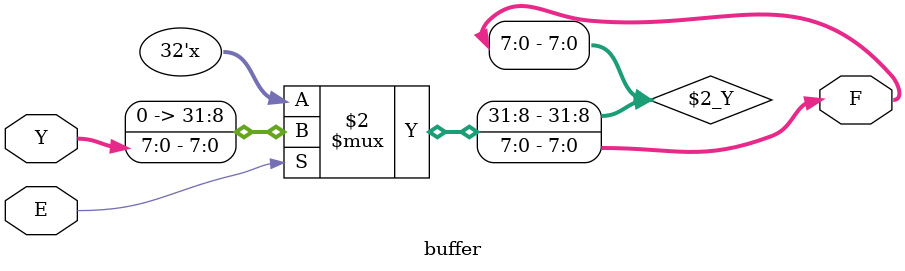
<source format=v>
module buffer (Y, E, F);
	parameter n = 8;
	input [n-1:0] Y;
	input E;
	output wire [n-1:0] F;

	assign F = E ? Y : 'bz;

endmodule

</source>
